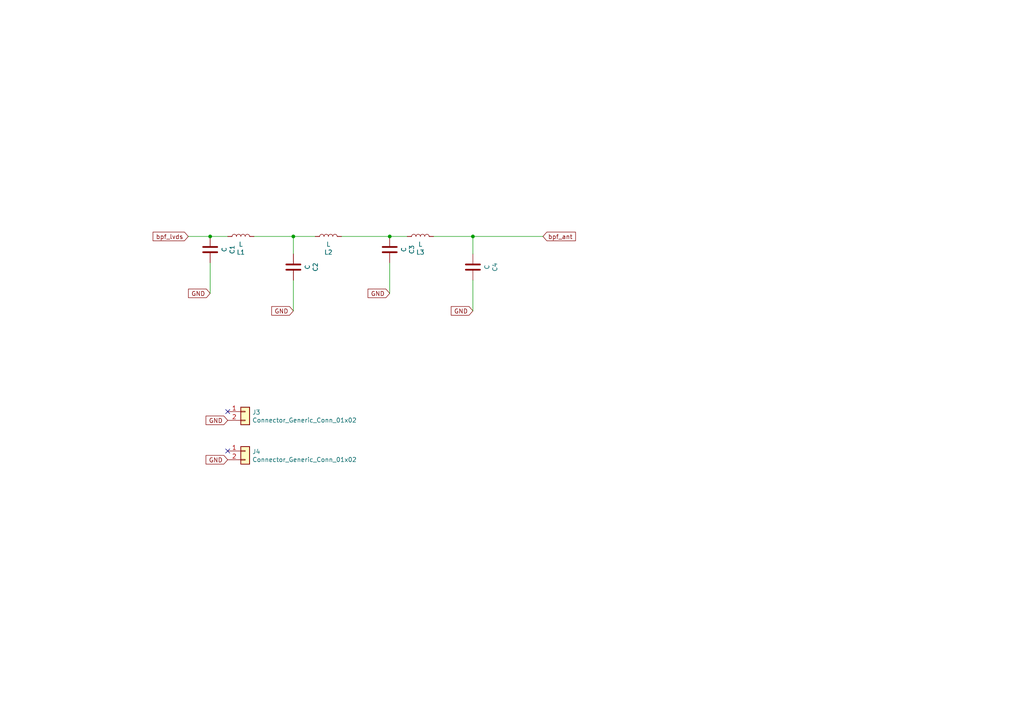
<source format=kicad_sch>
(kicad_sch (version 20211123) (generator eeschema)
  (paper "A4")
  (lib_symbols
    (symbol "Device:C" (pin_numbers hide) (pin_names (offset 0.254))
      (property "Reference" "C" (at 0.635 2.54 0))
      (property "Value" "C" (at 0.635 -2.54 0))
      (symbol "C_0_1"
        (polyline (pts (xy -2.032 -0.762) (xy 2.032 -0.762)) (stroke (width 0.508)))
        (polyline (pts (xy -2.032 0.762) (xy 2.032 0.762)) (stroke (width 0.508)))
      )
      (symbol "C_1_1"
        (pin passive line (at 0 3.81 270) (length 2.794) (name "~") (number "1"))
        (pin passive line (at 0 -3.81 90) (length 2.794) (name "~") (number "2"))
      )
    )
    (symbol "Device:L" (pin_numbers hide) (pin_names (offset 1.016) hide)
      (property "Reference" "L" (at -1.27 0 90))
      (property "Value" "L" (at 1.905 0 90))
      (symbol "L_0_1"
        (arc (start 0 -2.54) (mid 0.635 -1.905) (end 0 -1.27))
        (arc (start 0 -1.27) (mid 0.635 -0.635) (end 0 0))
        (arc (start 0 0) (mid 0.635 0.635) (end 0 1.27))
        (arc (start 0 1.27) (mid 0.635 1.905) (end 0 2.54))
      )
      (symbol "L_1_1"
        (pin passive line (at 0 3.81 270) (length 1.27) (name "1") (number "1"))
        (pin passive line (at 0 -3.81 90) (length 1.27) (name "2") (number "2"))
      )
    )
    (symbol "bgt:Connector_Generic_Conn_01x02" (pin_names (offset 1.016) hide)
      (property "Reference" "J" (at 0 2.54 0))
      (property "Value" "bgt_Connector_Generic_Conn_01x02" (at 0 -5.08 0))
      (symbol "Connector_Generic_Conn_01x02_1_1"
        (rectangle (start -1.27 -2.413) (end 0 -2.667) (stroke (width 0.1524)))
        (rectangle (start -1.27 0.127) (end 0 -0.127) (stroke (width 0.1524)))
        (rectangle (start -1.27 1.27) (end 1.27 -3.81) (stroke (width 0.254)) (fill (type background)))
        (pin passive line (at -5.08 0 0) (length 3.81) (name "Pin_1") (number "1"))
        (pin passive line (at -5.08 -2.54 0) (length 3.81) (name "Pin_2") (number "2"))
      )
    )
  )
  (junction (at 85.09 68.58))
  (junction (at 137.16 68.58))
  (junction (at 113.03 68.58))
  (junction (at 60.96 68.58))
  (no_connect (at 66.04 130.81))
  (no_connect (at 66.04 119.38))
  (wire (pts (xy 85.09 68.58) (xy 85.09 73.66)))
  (wire (pts (xy 60.96 68.58) (xy 54.61 68.58)))
  (wire (pts (xy 73.66 68.58) (xy 85.09 68.58)))
  (wire (pts (xy 118.11 68.58) (xy 113.03 68.58)))
  (wire (pts (xy 85.09 68.58) (xy 91.44 68.58)))
  (wire (pts (xy 137.16 81.28) (xy 137.16 90.17)))
  (wire (pts (xy 85.09 81.28) (xy 85.09 90.17)))
  (wire (pts (xy 113.03 76.2) (xy 113.03 85.09)))
  (wire (pts (xy 99.06 68.58) (xy 113.03 68.58)))
  (wire (pts (xy 66.04 68.58) (xy 60.96 68.58)))
  (wire (pts (xy 60.96 76.2) (xy 60.96 85.09)))
  (wire (pts (xy 137.16 68.58) (xy 157.48 68.58)))
  (wire (pts (xy 125.73 68.58) (xy 137.16 68.58)))
  (wire (pts (xy 137.16 68.58) (xy 137.16 73.66)))
  (global_label "GND" (shape input) (at 66.04 121.92 180) (property "Intersheet References" "${INTERSHEET_REFS}" (effects hide)))
  (global_label "GND" (shape input) (at 66.04 133.35 180) (property "Intersheet References" "${INTERSHEET_REFS}" (effects hide)))
  (global_label "bpf_lvds" (shape input) (at 54.61 68.58 180) (property "Intersheet References" "${INTERSHEET_REFS}" (effects hide)))
  (global_label "GND" (shape input) (at 113.03 85.09 180) (property "Intersheet References" "${INTERSHEET_REFS}" (effects hide)))
  (global_label "bpf_ant" (shape input) (at 157.48 68.58 0) (property "Intersheet References" "${INTERSHEET_REFS}" (effects hide)))
  (global_label "GND" (shape input) (at 60.96 85.09 180) (property "Intersheet References" "${INTERSHEET_REFS}" (effects hide)))
  (global_label "GND" (shape input) (at 137.16 90.17 180) (property "Intersheet References" "${INTERSHEET_REFS}" (effects hide)))
  (global_label "GND" (shape input) (at 85.09 90.17 180) (property "Intersheet References" "${INTERSHEET_REFS}" (effects hide)))
  (symbol (lib_id "Device:C") (at 60.96 72.39 180) (unit 1)
    (property "Reference" "C1" (at 67.3608 72.39 90))
    (property "Value" "C" (at 65.0494 72.39 90))
    (property "Footprint" "Capacitor_SMD:C_1206_3216Metric" (effects hide))
  )
  (symbol (lib_id "Device:L") (at 95.25 68.58 90) (unit 1)
    (property "Reference" "L2" (at 95.25 73.1774 90))
    (property "Value" "L" (at 95.25 70.866 90))
    (property "Footprint" "Inductor_SMD:L_1206_3216Metric" (effects hide))
  )
  (symbol (lib_id "Device:C") (at 85.09 77.47 180) (unit 1)
    (property "Reference" "C2" (at 91.4908 77.47 90))
    (property "Value" "C" (at 89.1794 77.47 90))
    (property "Footprint" "Capacitor_SMD:C_1206_3216Metric" (effects hide))
  )
  (symbol (lib_id "bgt:Connector_Generic_Conn_01x02") (at 71.12 130.81 0) (unit 1)
    (property "Reference" "J4" (at 73.152 131.0132 0) (effects (justify left)))
    (property "Value" "Connector_Generic_Conn_01x02" (at 73.152 133.3246 0) (effects (justify left)))
    (property "Footprint" "Connector_PinHeader_2.54mm:PinHeader_1x02_P2.54mm_Vertical" (effects hide))
  )
  (symbol (lib_id "Device:L") (at 69.85 68.58 90) (unit 1)
    (property "Reference" "L1" (at 69.85 73.1774 90))
    (property "Value" "L" (at 69.85 70.866 90))
    (property "Footprint" "Inductor_SMD:L_1206_3216Metric" (effects hide))
  )
  (symbol (lib_id "bgt:Connector_Generic_Conn_01x02") (at 71.12 119.38 0) (unit 1)
    (property "Reference" "J3" (at 73.152 119.5832 0) (effects (justify left)))
    (property "Value" "Connector_Generic_Conn_01x02" (at 73.152 121.8946 0) (effects (justify left)))
    (property "Footprint" "Connector_PinHeader_2.54mm:PinHeader_1x02_P2.54mm_Vertical" (effects hide))
  )
  (symbol (lib_id "Device:C") (at 113.03 72.39 180) (unit 1)
    (property "Reference" "C3" (at 119.4308 72.39 90))
    (property "Value" "C" (at 117.1194 72.39 90))
    (property "Footprint" "Capacitor_SMD:C_1206_3216Metric" (effects hide))
  )
  (symbol (lib_id "Device:L") (at 121.92 68.58 90) (unit 1)
    (property "Reference" "L3" (at 121.92 73.1774 90))
    (property "Value" "L" (at 121.92 70.866 90))
    (property "Footprint" "Inductor_SMD:L_1206_3216Metric" (effects hide))
  )
  (symbol (lib_id "Device:C") (at 137.16 77.47 180) (unit 1)
    (property "Reference" "C4" (at 143.5608 77.47 90))
    (property "Value" "C" (at 141.2494 77.47 90))
    (property "Footprint" "Capacitor_SMD:C_1206_3216Metric" (effects hide))
  )
)
</source>
